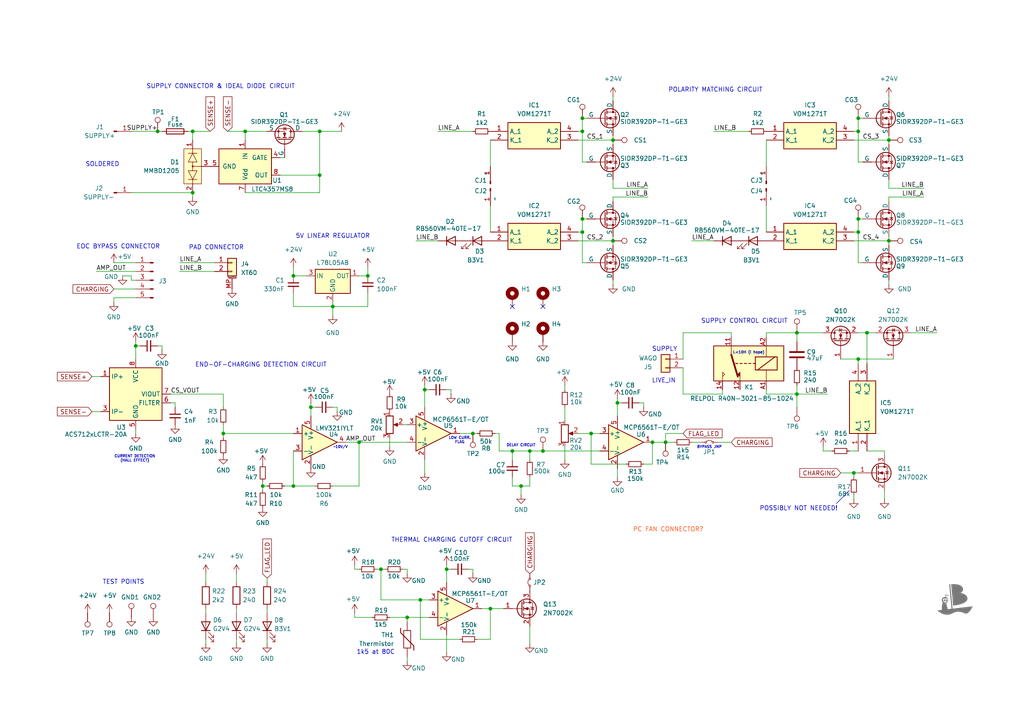
<source format=kicad_sch>
(kicad_sch (version 20231120) (generator "eeschema") (generator_version "8.0")
  (paper "A4")
  (title_block (title "Charging Station Controller for FIRO 2.1 rover") (date "2024-07-14") (rev "A") (comment 1 "pwm.urbanski@gmail.com") (comment 2 "Drawn by: Paul Urbanski"))
  (junction (at 110.49 165.1))
  (junction (at 45.72 38.1))
  (junction (at 148.59 130.81))
  (junction (at 92.71 38.1))
  (junction (at 106.68 80.01))
  (junction (at 55.88 55.88))
  (junction (at 157.48 130.81))
  (junction (at 168.91 34.29))
  (junction (at 76.2 140.97))
  (junction (at 90.17 118.11))
  (junction (at 85.09 140.97))
  (junction (at 151.13 140.97))
  (junction (at 92.71 50.8))
  (junction (at 121.92 173.99))
  (junction (at 129.54 165.1))
  (junction (at 64.77 125.73))
  (junction (at 39.37 100.33))
  (junction (at 168.91 38.1))
  (junction (at 247.65 137.16))
  (junction (at 248.92 104.14))
  (junction (at 171.45 125.73))
  (junction (at 168.91 67.31))
  (junction (at 231.14 96.52))
  (junction (at 179.07 116.84))
  (junction (at 96.52 88.9))
  (junction (at 257.81 69.85))
  (junction (at 142.24 176.53))
  (junction (at 251.46 96.52))
  (junction (at 85.09 80.01))
  (junction (at 177.8 69.85))
  (junction (at 153.67 130.81))
  (junction (at 248.92 67.31))
  (junction (at 177.8 40.64))
  (junction (at 231.14 114.3))
  (junction (at 248.92 63.5))
  (junction (at 118.11 179.07))
  (junction (at 257.81 40.64))
  (junction (at 55.88 38.1))
  (junction (at 71.12 38.1))
  (junction (at 168.91 63.5))
  (junction (at 137.16 125.73))
  (junction (at 189.23 128.27))
  (junction (at 248.92 34.29))
  (junction (at 193.04 128.27))
  (junction (at 123.19 113.03))
  (junction (at 248.92 38.1))
  (junction (at 104.14 128.27))
  (no_connect (at 148.59 88.9))
  (no_connect (at 157.48 88.9))
  (wire (pts (xy 102.87 179.07) (xy 107.95 179.07)))
  (wire (pts (xy 135.89 165.1) (xy 137.16 165.1)))
  (wire (pts (xy 121.92 173.99) (xy 124.46 173.99)))
  (wire (pts (xy 123.19 111.76) (xy 123.19 113.03)))
  (wire (pts (xy 257.81 54.61) (xy 257.81 52.07)))
  (wire (pts (xy 96.52 88.9) (xy 96.52 91.44)))
  (wire (pts (xy 33.02 87.63) (xy 33.02 86.36)))
  (wire (pts (xy 257.81 57.15) (xy 267.97 57.15)))
  (wire (pts (xy 179.07 135.89) (xy 179.07 138.43)))
  (wire (pts (xy 139.7 176.53) (xy 142.24 176.53)))
  (wire (pts (xy 64.77 123.19) (xy 64.77 125.73)))
  (wire (pts (xy 168.91 63.5) (xy 170.18 63.5)))
  (wire (pts (xy 59.69 185.42) (xy 59.69 186.69)))
  (wire (pts (xy 127 38.1) (xy 137.16 38.1)))
  (wire (pts (xy 77.47 185.42) (xy 77.47 186.69)))
  (wire (pts (xy 76.2 140.97) (xy 77.47 140.97)))
  (wire (pts (xy 106.68 77.47) (xy 106.68 80.01)))
  (wire (pts (xy 248.92 34.29) (xy 248.92 38.1)))
  (wire (pts (xy 71.12 38.1) (xy 71.12 40.64)))
  (wire (pts (xy 248.92 63.5) (xy 250.19 63.5)))
  (wire (pts (xy 50.8 116.84) (xy 50.8 118.11)))
  (wire (pts (xy 129.54 165.1) (xy 130.81 165.1)))
  (wire (pts (xy 153.67 140.97) (xy 153.67 138.43)))
  (wire (pts (xy 104.14 140.97) (xy 104.14 128.27)))
  (wire (pts (xy 151.13 140.97) (xy 153.67 140.97)))
  (wire (pts (xy 200.66 69.85) (xy 207.01 69.85)))
  (wire (pts (xy 100.33 128.27) (xy 104.14 128.27)))
  (wire (pts (xy 186.69 116.84) (xy 186.69 118.11)))
  (wire (pts (xy 113.03 179.07) (xy 118.11 179.07)))
  (wire (pts (xy 133.35 125.73) (xy 137.16 125.73)))
  (wire (pts (xy 231.14 96.52) (xy 238.76 96.52)))
  (wire (pts (xy 142.24 176.53) (xy 146.05 176.53)))
  (wire (pts (xy 49.53 116.84) (xy 50.8 116.84)))
  (wire (pts (xy 64.77 114.3) (xy 64.77 118.11)))
  (wire (pts (xy 247.65 137.16) (xy 248.92 137.16)))
  (wire (pts (xy 186.69 134.62) (xy 189.23 134.62)))
  (wire (pts (xy 257.81 57.15) (xy 257.81 58.42)))
  (wire (pts (xy 177.8 39.37) (xy 177.8 40.64)))
  (wire (pts (xy 85.09 85.09) (xy 85.09 88.9)))
  (wire (pts (xy 106.68 85.09) (xy 106.68 88.9)))
  (wire (pts (xy 104.14 128.27) (xy 118.11 128.27)))
  (wire (pts (xy 151.13 140.97) (xy 151.13 143.51)))
  (wire (pts (xy 137.16 165.1) (xy 137.16 166.37)))
  (wire (pts (xy 64.77 125.73) (xy 85.09 125.73)))
  (wire (pts (xy 170.18 46.99) (xy 168.91 46.99)))
  (wire (pts (xy 238.76 130.81) (xy 241.3 130.81)))
  (wire (pts (xy 137.16 125.73) (xy 138.43 125.73)))
  (wire (pts (xy 102.87 165.1) (xy 104.14 165.1)))
  (polyline (pts (xy 242.57 146.05) (xy 246.38 142.24)))
  (wire (pts (xy 248.92 96.52) (xy 251.46 96.52)))
  (wire (pts (xy 45.72 38.1) (xy 46.99 38.1)))
  (wire (pts (xy 40.64 100.33) (xy 39.37 100.33)))
  (wire (pts (xy 238.76 129.54) (xy 238.76 130.81)))
  (wire (pts (xy 248.92 67.31) (xy 248.92 76.2)))
  (wire (pts (xy 85.09 77.47) (xy 85.09 80.01)))
  (wire (pts (xy 104.14 80.01) (xy 106.68 80.01)))
  (wire (pts (xy 49.53 114.3) (xy 64.77 114.3)))
  (wire (pts (xy 231.14 114.3) (xy 240.03 114.3)))
  (wire (pts (xy 76.2 140.97) (xy 76.2 142.24)))
  (wire (pts (xy 231.14 114.3) (xy 231.14 118.11)))
  (wire (pts (xy 187.96 57.15) (xy 177.8 57.15)))
  (wire (pts (xy 168.91 67.31) (xy 168.91 63.5)))
  (wire (pts (xy 109.22 165.1) (xy 110.49 165.1)))
  (wire (pts (xy 121.92 185.42) (xy 121.92 173.99)))
  (wire (pts (xy 171.45 134.62) (xy 171.45 125.73)))
  (wire (pts (xy 177.8 69.85) (xy 177.8 68.58)))
  (wire (pts (xy 163.83 111.76) (xy 163.83 113.03)))
  (wire (pts (xy 185.42 116.84) (xy 186.69 116.84)))
  (wire (pts (xy 52.07 78.74) (xy 62.23 78.74)))
  (wire (pts (xy 96.52 88.9) (xy 106.68 88.9)))
  (wire (pts (xy 198.12 125.73) (xy 193.04 125.73)))
  (wire (pts (xy 27.94 78.74) (xy 39.37 78.74)))
  (wire (pts (xy 267.97 54.61) (xy 257.81 54.61)))
  (wire (pts (xy 85.09 140.97) (xy 85.09 130.81)))
  (wire (pts (xy 153.67 130.81) (xy 157.48 130.81)))
  (wire (pts (xy 81.28 50.8) (xy 92.71 50.8)))
  (wire (pts (xy 123.19 113.03) (xy 123.19 118.11)))
  (wire (pts (xy 97.79 118.11) (xy 97.79 119.38)))
  (wire (pts (xy 177.8 40.64) (xy 177.8 41.91)))
  (wire (pts (xy 82.55 140.97) (xy 85.09 140.97)))
  (wire (pts (xy 55.88 38.1) (xy 60.96 38.1)))
  (wire (pts (xy 231.14 111.76) (xy 231.14 114.3)))
  (wire (pts (xy 248.92 67.31) (xy 248.92 63.5)))
  (wire (pts (xy 222.25 114.3) (xy 231.14 114.3)))
  (wire (pts (xy 189.23 134.62) (xy 189.23 128.27)))
  (wire (pts (xy 148.59 138.43) (xy 148.59 140.97)))
  (wire (pts (xy 171.45 125.73) (xy 173.99 125.73)))
  (wire (pts (xy 96.52 118.11) (xy 97.79 118.11)))
  (wire (pts (xy 209.55 114.3) (xy 209.55 113.03)))
  (wire (pts (xy 129.54 163.83) (xy 129.54 165.1)))
  (wire (pts (xy 113.03 127) (xy 113.03 129.54)))
  (wire (pts (xy 251.46 96.52) (xy 254 96.52)))
  (wire (pts (xy 64.77 127) (xy 64.77 125.73)))
  (wire (pts (xy 71.12 38.1) (xy 77.47 38.1)))
  (wire (pts (xy 248.92 34.29) (xy 250.19 34.29)))
  (wire (pts (xy 130.81 113.03) (xy 130.81 114.3)))
  (wire (pts (xy 96.52 140.97) (xy 104.14 140.97)))
  (wire (pts (xy 77.47 176.53) (xy 77.47 177.8)))
  (wire (pts (xy 81.28 45.72) (xy 82.55 45.72)))
  (wire (pts (xy 38.1 38.1) (xy 45.72 38.1)))
  (wire (pts (xy 179.07 116.84) (xy 179.07 120.65)))
  (wire (pts (xy 248.92 76.2) (xy 250.19 76.2)))
  (wire (pts (xy 222.25 114.3) (xy 222.25 113.03)))
  (wire (pts (xy 153.67 130.81) (xy 153.67 133.35)))
  (wire (pts (xy 129.54 165.1) (xy 129.54 168.91)))
  (wire (pts (xy 142.24 176.53) (xy 142.24 185.42)))
  (wire (pts (xy 177.8 57.15) (xy 177.8 58.42)))
  (wire (pts (xy 110.49 165.1) (xy 111.76 165.1)))
  (wire (pts (xy 157.48 130.81) (xy 173.99 130.81)))
  (wire (pts (xy 222.25 40.64) (xy 222.25 48.26)))
  (wire (pts (xy 168.91 34.29) (xy 170.18 34.29)))
  (wire (pts (xy 177.8 54.61) (xy 177.8 52.07)))
  (wire (pts (xy 177.8 27.94) (xy 177.8 29.21)))
  (wire (pts (xy 85.09 88.9) (xy 96.52 88.9)))
  (wire (pts (xy 123.19 133.35) (xy 123.19 137.16)))
  (wire (pts (xy 177.8 69.85) (xy 167.64 69.85)))
  (wire (pts (xy 38.1 55.88) (xy 55.88 55.88)))
  (wire (pts (xy 246.38 130.81) (xy 248.92 130.81)))
  (wire (pts (xy 118.11 179.07) (xy 124.46 179.07)))
  (wire (pts (xy 207.01 38.1) (xy 217.17 38.1)))
  (wire (pts (xy 38.1 81.28) (xy 39.37 81.28)))
  (wire (pts (xy 39.37 99.06) (xy 39.37 100.33)))
  (wire (pts (xy 256.54 142.24) (xy 256.54 144.78)))
  (wire (pts (xy 251.46 96.52) (xy 251.46 105.41)))
  (wire (pts (xy 163.83 129.54) (xy 163.83 133.35)))
  (wire (pts (xy 257.81 71.12) (xy 257.81 69.85)))
  (wire (pts (xy 198.12 96.52) (xy 212.09 96.52)))
  (wire (pts (xy 33.02 86.36) (xy 39.37 86.36)))
  (wire (pts (xy 116.84 165.1) (xy 118.11 165.1)))
  (wire (pts (xy 187.96 54.61) (xy 177.8 54.61)))
  (wire (pts (xy 222.25 96.52) (xy 222.25 97.79)))
  (wire (pts (xy 102.87 177.8) (xy 102.87 179.07)))
  (wire (pts (xy 59.69 166.37) (xy 59.69 168.91)))
  (wire (pts (xy 163.83 118.11) (xy 163.83 121.92)))
  (wire (pts (xy 231.14 96.52) (xy 231.14 99.06)))
  (wire (pts (xy 256.54 132.08) (xy 256.54 130.81)))
  (wire (pts (xy 96.52 87.63) (xy 96.52 88.9)))
  (wire (pts (xy 189.23 128.27) (xy 193.04 128.27)))
  (wire (pts (xy 85.09 80.01) (xy 88.9 80.01)))
  (wire (pts (xy 55.88 55.88) (xy 55.88 57.15)))
  (wire (pts (xy 179.07 116.84) (xy 180.34 116.84)))
  (wire (pts (xy 148.59 130.81) (xy 148.59 133.35)))
  (wire (pts (xy 45.72 100.33) (xy 46.99 100.33)))
  (wire (pts (xy 35.56 80.01) (xy 38.1 80.01)))
  (wire (pts (xy 222.25 59.69) (xy 222.25 67.31)))
  (wire (pts (xy 55.88 38.1) (xy 55.88 40.64)))
  (wire (pts (xy 256.54 130.81) (xy 251.46 130.81)))
  (wire (pts (xy 177.8 81.28) (xy 177.8 82.55)))
  (wire (pts (xy 168.91 76.2) (xy 170.18 76.2)))
  (wire (pts (xy 102.87 163.83) (xy 102.87 165.1)))
  (wire (pts (xy 118.11 191.77) (xy 118.11 190.5)))
  (wire (pts (xy 222.25 96.52) (xy 231.14 96.52)))
  (wire (pts (xy 248.92 104.14) (xy 248.92 105.41)))
  (wire (pts (xy 110.49 173.99) (xy 110.49 165.1)))
  (wire (pts (xy 243.84 137.16) (xy 247.65 137.16)))
  (wire (pts (xy 85.09 140.97) (xy 91.44 140.97)))
  (wire (pts (xy 59.69 176.53) (xy 59.69 177.8)))
  (wire (pts (xy 77.47 167.64) (xy 77.47 168.91)))
  (wire (pts (xy 257.81 40.64) (xy 257.81 41.91)))
  (wire (pts (xy 133.35 185.42) (xy 121.92 185.42)))
  (wire (pts (xy 144.78 125.73) (xy 143.51 125.73)))
  (wire (pts (xy 198.12 114.3) (xy 198.12 106.68)))
  (wire (pts (xy 116.84 123.19) (xy 118.11 123.19)))
  (wire (pts (xy 90.17 118.11) (xy 91.44 118.11)))
  (wire (pts (xy 38.1 80.01) (xy 38.1 81.28)))
  (wire (pts (xy 92.71 50.8) (xy 92.71 55.88)))
  (wire (pts (xy 90.17 118.11) (xy 90.17 120.65)))
  (wire (pts (xy 52.07 76.2) (xy 62.23 76.2)))
  (wire (pts (xy 26.67 119.38) (xy 29.21 119.38)))
  (wire (pts (xy 68.58 176.53) (xy 68.58 177.8)))
  (wire (pts (xy 257.81 69.85) (xy 247.65 69.85)))
  (wire (pts (xy 167.64 40.64) (xy 177.8 40.64)))
  (wire (pts (xy 168.91 67.31) (xy 168.91 76.2)))
  (wire (pts (xy 33.02 83.82) (xy 39.37 83.82)))
  (wire (pts (xy 142.24 59.69) (xy 142.24 67.31)))
  (wire (pts (xy 26.67 109.22) (xy 29.21 109.22)))
  (wire (pts (xy 142.24 40.64) (xy 142.24 48.26)))
  (wire (pts (xy 200.66 128.27) (xy 203.2 128.27)))
  (wire (pts (xy 247.65 138.43) (xy 247.65 137.16)))
  (wire (pts (xy 148.59 130.81) (xy 153.67 130.81)))
  (wire (pts (xy 168.91 38.1) (xy 168.91 46.99)))
  (wire (pts (xy 68.58 185.42) (xy 68.58 186.69)))
  (wire (pts (xy 257.81 69.85) (xy 257.81 68.58)))
  (wire (pts (xy 257.81 27.94) (xy 257.81 29.21)))
  (wire (pts (xy 193.04 125.73) (xy 193.04 128.27)))
  (wire (pts (xy 129.54 189.23) (xy 129.54 184.15)))
  (wire (pts (xy 168.91 38.1) (xy 167.64 38.1)))
  (wire (pts (xy 179.07 115.57) (xy 179.07 116.84)))
  (wire (pts (xy 167.64 67.31) (xy 168.91 67.31)))
  (wire (pts (xy 144.78 130.81) (xy 148.59 130.81)))
  (wire (pts (xy 193.04 128.27) (xy 195.58 128.27)))
  (wire (pts (xy 68.58 166.37) (xy 68.58 168.91)))
  (wire (pts (xy 177.8 71.12) (xy 177.8 69.85)))
  (wire (pts (xy 171.45 134.62) (xy 181.61 134.62)))
  (wire (pts (xy 92.71 38.1) (xy 87.63 38.1)))
  (wire (pts (xy 66.04 38.1) (xy 71.12 38.1)))
  (wire (pts (xy 46.99 100.33) (xy 46.99 101.6)))
  (wire (pts (xy 208.28 128.27) (xy 212.09 128.27)))
  (wire (pts (xy 198.12 114.3) (xy 209.55 114.3)))
  (wire (pts (xy 33.02 76.2) (xy 39.37 76.2)))
  (wire (pts (xy 257.81 39.37) (xy 257.81 40.64)))
  (wire (pts (xy 243.84 104.14) (xy 248.92 104.14)))
  (wire (pts (xy 110.49 173.99) (xy 121.92 173.99)))
  (wire (pts (xy 264.16 96.52) (xy 271.78 96.52)))
  (wire (pts (xy 250.19 46.99) (xy 248.92 46.99)))
  (wire (pts (xy 39.37 124.46) (xy 39.37 125.73)))
  (wire (pts (xy 99.06 38.1) (xy 92.71 38.1)))
  (wire (pts (xy 212.09 96.52) (xy 212.09 97.79)))
  (wire (pts (xy 247.65 40.64) (xy 257.81 40.64)))
  (wire (pts (xy 129.54 113.03) (xy 130.81 113.03)))
  (wire (pts (xy 90.17 116.84) (xy 90.17 118.11)))
  (wire (pts (xy 153.67 181.61) (xy 153.67 186.69)))
  (wire (pts (xy 248.92 104.14) (xy 259.08 104.14)))
  (wire (pts (xy 142.24 185.42) (xy 138.43 185.42)))
  (wire (pts (xy 257.81 81.28) (xy 257.81 82.55)))
  (wire (pts (xy 148.59 140.97) (xy 151.13 140.97)))
  (wire (pts (xy 123.19 113.03) (xy 124.46 113.03)))
  (wire (pts (xy 247.65 67.31) (xy 248.92 67.31)))
  (wire (pts (xy 118.11 179.07) (xy 118.11 180.34)))
  (wire (pts (xy 71.12 55.88) (xy 92.71 55.88)))
  (wire (pts (xy 168.91 34.29) (xy 168.91 38.1)))
  (wire (pts (xy 92.71 38.1) (xy 92.71 50.8)))
  (wire (pts (xy 248.92 38.1) (xy 247.65 38.1)))
  (wire (pts (xy 144.78 130.81) (xy 144.78 125.73)))
  (wire (pts (xy 247.65 143.51) (xy 247.65 144.78)))
  (wire (pts (xy 54.61 38.1) (xy 55.88 38.1)))
  (wire (pts (xy 248.92 38.1) (xy 248.92 46.99)))
  (wire (pts (xy 120.65 69.85) (xy 127 69.85)))
  (wire (pts (xy 198.12 96.52) (xy 198.12 104.14)))
  (wire (pts (xy 39.37 100.33) (xy 39.37 104.14)))
  (wire (pts (xy 76.2 139.7) (xy 76.2 140.97)))
  (wire (pts (xy 118.11 165.1) (xy 118.11 166.37)))
  (wire (pts (xy 167.64 125.73) (xy 171.45 125.73)))
  (image (at 276.86 173.99) (scale 0.102185))
  (text "EOC BYPASS CONNECTOR" (at 34.29 71.628 0) (effects (font (size 1.27 1.27))))
  (text "PC FAN CONNECTOR?" (at 193.802 153.67 0) (effects (font (size 1.27 1.27))))
  (text "END-OF-CHARGING DETECTION CIRCUIT\n" (at 75.692 105.918 0) (effects (font (size 1.27 1.27))))
  (text "~10V/V" (at 98.806 129.794 0) (effects (font (size 0.762 0.762))))
  (text "SOLDERED" (at 29.718 47.752 0) (effects (font (size 1.27 1.27))))
  (text "SUPPLY CONNECTOR & IDEAL DIODE CIRCUIT" (at 64.008 25.146 0) (effects (font (size 1.27 1.27))))
  (text "5V LINEAR REGULATOR" (at 96.52 68.58 0) (effects (font (size 1.27 1.27))))
  (text "1k5 at 80C\n" (at 108.966 189.23 0) (effects (font (size 1.27 1.27))))
  (text "SUPPLY CONTROL CIRCUIT" (at 215.9 93.218 0) (effects (font (size 1.27 1.27))))
  (text "CURRENT DETECTION\n(HALL EFFECT)" (at 39.116 133.096 0) (effects (font (size 0.762 0.762))))
  (text "LIVE_IN\n" (at 192.532 110.49 0) (effects (font (size 1.27 1.27))))
  (text "LOW CURR.\nFLAG" (at 133.35 127.762 0) (effects (font (size 0.762 0.762))))
  (text "POSSIBLY NOT NEEDED!" (at 231.648 147.574 0) (effects (font (size 1.27 1.27))))
  (text "DELAY CIRCUIT" (at 151.13 129.286 0) (effects (font (size 0.762 0.762))))
  (text "PAD CONNECTOR" (at 62.738 71.882 0) (effects (font (size 1.27 1.27))))
  (text "POLARITY MATCHING CIRCUIT\n" (at 207.518 26.162 0) (effects (font (size 1.27 1.27))))
  (text "BYPASS JMP" (at 205.74 129.794 0) (effects (font (size 0.762 0.762))))
  (text "TEST POINTS" (at 35.814 168.91 0) (effects (font (size 1.27 1.27))))
  (text "SUPPLY" (at 192.786 101.346 0) (effects (font (size 1.27 1.27))))
  (text "THERMAL CHARGING CUTOFF CIRCUIT" (at 131.064 156.718 0) (effects (font (size 1.27 1.27))))
  (text "L<10H (i hope)" (at 217.17 102.362 0) (effects (font (size 0.762 0.762))))
  (label "LINE_B" (at 52.07 78.74 0))
  (label "LINE_B" (at 120.65 69.85 0))
  (label "LINE_B" (at 187.96 57.15 180))
  (label "CS_2" (at 170.18 69.85 0))
  (label "LINE_A" (at 271.78 96.52 180))
  (label "CS_3" (at 250.19 40.64 0))
  (label "AMP_OUT" (at 100.33 128.27 0))
  (label "LINE_A" (at 187.96 54.61 180))
  (label "AMP_OUT" (at 27.94 78.74 0))
  (label "LINE_A" (at 200.66 69.85 0))
  (label "CS_VOUT" (at 49.53 114.3 0))
  (label "CS_4" (at 250.19 69.85 0))
  (label "LINE_B" (at 207.01 38.1 0))
  (label "LINE_A" (at 127 38.1 0))
  (label "LINE_A" (at 267.97 57.15 180))
  (label "LINE_A" (at 52.07 76.2 0))
  (label "LINE_B" (at 267.97 54.61 180))
  (label "SUPPLY+" (at 45.72 38.1 180))
  (label "CS_1" (at 170.18 40.64 0))
  (label "LINE_B" (at 240.03 114.3 180))
  (global_label "CHARGING" (shape input) (at 33.02 83.82 180) (property "Intersheetrefs" "${INTERSHEET_REFS}" (effects (hide yes))))
  (global_label "FLAG_LED" (shape input) (at 198.12 125.73 0) (property "Intersheetrefs" "${INTERSHEET_REFS}" (effects (hide yes))))
  (global_label "CHARGING" (shape input) (at 153.67 166.37 90) (property "Intersheetrefs" "${INTERSHEET_REFS}" (effects (hide yes))))
  (global_label "SENSE-" (shape input) (at 66.04 38.1 90) (property "Intersheetrefs" "${INTERSHEET_REFS}" (effects (hide yes))))
  (global_label "SENSE-" (shape input) (at 26.67 119.38 180) (property "Intersheetrefs" "${INTERSHEET_REFS}" (effects (hide yes))))
  (global_label "CHARGING" (shape input) (at 243.84 137.16 180) (property "Intersheetrefs" "${INTERSHEET_REFS}" (effects (hide yes))))
  (global_label "SENSE+" (shape input) (at 60.96 38.1 90) (property "Intersheetrefs" "${INTERSHEET_REFS}" (effects (hide yes))))
  (global_label "SENSE+" (shape input) (at 26.67 109.22 180) (property "Intersheetrefs" "${INTERSHEET_REFS}" (effects (hide yes))))
  (global_label "CHARGING" (shape input) (at 212.09 128.27 0) (property "Intersheetrefs" "${INTERSHEET_REFS}" (effects (hide yes))))
  (global_label "FLAG_LED" (shape input) (at 77.47 167.64 90) (property "Intersheetrefs" "${INTERSHEET_REFS}" (effects (hide yes))))
  (symbol (lib_id "power:+5V") (at 33.02 76.2 0) (unit 1)
    (property "Reference" "#PWR0102" (effects (hide yes)))
    (property "Value" "+5V" (at 36.068 74.422 0))
    (property "Description" "Power symbol creates a global label with name \"+5V\"" (effects (hide yes)))
  )
  (symbol (lib_id "Connector:TestPoint") (at 44.45 179.07 0) (unit 1)
    (property "Reference" "GND2" (at 46.736 173.228 0) (effects (justify right)))
    (property "Value" "TestPoint" (effects (hide yes)))
    (property "Footprint" "TestPoint:TestPoint_Bridge_Pitch3.81mm_Drill1.3mm" (effects (hide yes)))
    (property "Description" "test point" (effects (hide yes)))
  )
  (symbol (lib_id "power:GND") (at 67.31 83.82 0) (unit 1)
    (property "Reference" "#PWR0147" (effects (hide yes)))
    (property "Value" "GND" (at 67.31 88.138 0))
    (property "Description" "Power symbol creates a global label with name \"GND\" , ground" (effects (hide yes)))
  )
  (symbol (lib_id "Transistor_FET:2N7002K") (at 254 137.16 0) (unit 1)
    (property "Reference" "Q11" (at 260.35 135.8899 0) (effects (justify left)))
    (property "Value" "2N7002K" (at 260.35 138.4299 0) (effects (justify left)))
    (property "Footprint" "Package_TO_SOT_SMD:SOT-23" (effects (hide yes)))
    (property "Datasheet" "https://www.diodes.com/assets/Datasheets/ds30896.pdf" (effects (hide yes)))
    (property "Description" "0.38A Id, 60V Vds, N-Channel MOSFET, SOT-23" (effects (hide yes)))
  )
  (symbol (lib_id "Connector:TestPoint") (at 168.91 63.5 0) (unit 1)
    (property "Reference" "CG2" (at 168.402 58.42 0) (effects (justify right)))
    (property "Value" "TestPoint" (effects (hide yes)))
    (property "Footprint" "TestPoint:TestPoint_Pad_D2.0mm" (effects (hide yes)))
    (property "Description" "test point" (effects (hide yes)))
  )
  (symbol (lib_id "VOM1271T:VOM1271T") (at 222.25 38.1 0) (unit 1)
    (property "Reference" "IC3" (at 234.95 30.48 0))
    (property "Value" "VOM1271T" (at 234.95 33.02 0))
    (property "Footprint" "firo_footprints:SOP254P675X240-4N" (effects (hide yes)))
    (property "Description" "VISHAY - VOM1271T - DRIVER, MOSFET, HIGH SIDE, SOP-4" (effects (hide yes)))
    (property "Height" "2.4" (effects (hide yes)))
    (property "Manufacturer_Name" "Vishay" (effects (hide yes)))
    (property "Manufacturer_Part_Number" "VOM1271T" (effects (hide yes)))
  )
  (symbol (lib_id "power:+5V") (at 76.2 134.62 0) (unit 1)
    (property "Reference" "#PWR0155" (effects (hide yes)))
    (property "Value" "+5V" (at 75.692 130.81 0))
    (property "Description" "Power symbol creates a global label with name \"+5V\"" (effects (hide yes)))
  )
  (symbol (lib_id "power:+5V") (at 102.87 163.83 0) (unit 1)
    (property "Reference" "#PWR0131" (effects (hide yes)))
    (property "Value" "+5V" (at 102.362 159.766 0))
    (property "Description" "Power symbol creates a global label with name \"+5V\"" (effects (hide yes)))
  )
  (symbol (lib_id "power:GND") (at 64.77 132.08 0) (unit 1)
    (property "Reference" "#PWR0156" (effects (hide yes)))
    (property "Value" "GND" (at 64.77 136.398 0))
    (property "Description" "Power symbol creates a global label with name \"GND\" , ground" (effects (hide yes)))
  )
  (symbol (lib_id "Mechanical:MountingHole_Pad") (at 157.48 96.52 0) (unit 1) (exclude_from_sim yes) (in_bom no)
    (property "Reference" "H4" (at 160.02 93.9799 0) (effects (justify left)))
    (property "Value" "MountingHole_Pad" (effects (hide yes)))
    (property "Footprint" "MountingHole:MountingHole_3.2mm_M3_Pad_Via" (effects (hide yes)))
    (property "Description" "Mounting Hole with connection" (effects (hide yes)))
  )
  (symbol (lib_name "NMOS_1") (lib_id "Simulation_SPICE:NMOS") (at 255.27 76.2 0) (mirror x) (unit 1)
    (property "Reference" "Q9" (at 259.842 77.216 0) (effects (justify left)))
    (property "Value" "SIDR392DP-T1-GE3" (at 259.842 75.184 0) (effects (justify left)))
    (property "Footprint" "firo_footprints:PowerPAK_SO-8DC for VISHAY SIDR392DP-T1-GE3" (effects (hide yes)))
    (property "Datasheet" "https://www.farnell.com/datasheets/2687474.pdf" (effects (hide yes)))
    (property "Description" "VISHAY N-Channel 30 V (D-S) MOSFET" (effects (hide yes)))
  )
  (symbol (lib_id "Connector:Conn_01x01_Pin") (at 142.24 54.61 270) (unit 1)
    (property "Reference" "CJ2" (at 139.446 55.372 90))
    (property "Value" "~" (at 140.97 50.292 0))
    (property "Footprint" "firo_footprints:20AWG SMD" (effects (hide yes)))
    (property "Description" "Generic connector, single row, 01x01, script generated" (effects (hide yes)))
  )
  (symbol (lib_id "power:GND") (at 39.37 125.73 0) (unit 1)
    (property "Reference" "#PWR0148" (effects (hide yes)))
    (property "Value" "GND" (at 39.37 130.048 0))
    (property "Description" "Power symbol creates a global label with name \"GND\" , ground" (effects (hide yes)))
  )
  (symbol (lib_id "Device:R_Small") (at 231.14 109.22 0) (mirror x) (unit 1)
    (property "Reference" "R15" (at 234.95 108.204 0))
    (property "Value" "240" (at 234.95 110.236 0))
    (property "Footprint" "Resistor_SMD:R_0805_2012Metric" (effects (hide yes)))
    (property "Description" "Resistor, small symbol" (effects (hide yes)))
  )
  (symbol (lib_id "Device:C_Small") (at 133.35 165.1 90) (unit 1)
    (property "Reference" "C10" (at 135.636 160.274 90) (effects (justify left)))
    (property "Value" "100nF" (at 136.398 162.052 90) (effects (justify left)))
    (property "Footprint" "Capacitor_SMD:C_0805_2012Metric" (effects (hide yes)))
    (property "Description" "Unpolarized capacitor, small symbol" (effects (hide yes)))
  )
  (symbol (lib_id "Device:R_Small") (at 247.65 140.97 0) (mirror x) (unit 1)
    (property "Reference" "R17" (at 244.856 141.224 0))
    (property "Value" "68k" (at 244.856 143.256 0))
    (property "Footprint" "Resistor_SMD:R_0402_1005Metric" (effects (hide yes)))
    (property "Description" "Resistor, small symbol" (effects (hide yes)))
  )
  (symbol (lib_id "Connector:TestPoint") (at 177.8 69.85 270) (unit 1)
    (property "Reference" "CS2" (at 187.706 69.85 90) (effects (justify right)))
    (property "Value" "TestPoint" (effects (hide yes)))
    (property "Footprint" "TestPoint:TestPoint_Pad_D2.0mm" (effects (hide yes)))
    (property "Description" "test point" (effects (hide yes)))
  )
  (symbol (lib_id "power:GND") (at 186.69 118.11 0) (unit 1)
    (property "Reference" "#PWR0112" (effects (hide yes)))
    (property "Value" "GND" (at 189.992 120.142 0))
    (property "Description" "Power symbol creates a global label with name \"GND\" , ground" (effects (hide yes)))
  )
  (symbol (lib_id "power:+5V") (at 106.68 77.47 0) (unit 1)
    (property "Reference" "#PWR0105" (effects (hide yes)))
    (property "Value" "+5V" (at 106.68 72.39 0))
    (property "Description" "Power symbol creates a global label with name \"+5V\"" (effects (hide yes)))
  )
  (symbol (lib_id "Connector:Conn_01x05_Pin") (at 44.45 81.28 0) (mirror y) (unit 1)
    (property "Reference" "J3" (at 45.974 81.534 0) (effects (justify right)))
    (property "Value" "Conn_01x05_Pin" (effects (hide yes)))
    (property "Footprint" "Connector_PinHeader_2.54mm:PinHeader_1x05_P2.54mm_Vertical" (effects (hide yes)))
    (property "Description" "Generic connector, single row, 01x05, script generated" (effects (hide yes)))
  )
  (symbol (lib_id "Transistor_FET:2N7002K") (at 243.84 99.06 90) (unit 1)
    (property "Reference" "Q10" (at 243.84 90.17 90))
    (property "Value" "2N7002K" (at 243.84 92.71 90))
    (property "Footprint" "Package_TO_SOT_SMD:SOT-23" (effects (hide yes)))
    (property "Datasheet" "https://www.diodes.com/assets/Datasheets/ds30896.pdf" (effects (hide yes)))
    (property "Description" "0.38A Id, 60V Vds, N-Channel MOSFET, SOT-23" (effects (hide yes)))
  )
  (symbol (lib_id "power:+5V") (at 129.54 163.83 0) (unit 1)
    (property "Reference" "#PWR0133" (effects (hide yes)))
    (property "Value" "+5V" (at 129.032 159.766 0))
    (property "Description" "Power symbol creates a global label with name \"+5V\"" (effects (hide yes)))
  )
  (symbol (lib_id "power:+5V") (at 163.83 111.76 0) (unit 1)
    (property "Reference" "#PWR0122" (effects (hide yes)))
    (property "Value" "+5V" (at 163.322 107.95 0))
    (property "Description" "Power symbol creates a global label with name \"+5V\"" (effects (hide yes)))
  )
  (symbol (lib_id "power:GND") (at 97.79 119.38 0) (unit 1)
    (property "Reference" "#PWR0146" (effects (hide yes)))
    (property "Value" "GND" (at 100.33 119.634 0))
    (property "Description" "Power symbol creates a global label with name \"GND\" , ground" (effects (hide yes)))
  )
  (symbol (lib_id "Connector:TestPoint") (at 257.81 40.64 270) (unit 1)
    (property "Reference" "CS3" (at 267.462 40.64 90) (effects (justify right)))
    (property "Value" "TestPoint" (effects (hide yes)))
    (property "Footprint" "TestPoint:TestPoint_Pad_D2.0mm" (effects (hide yes)))
    (property "Description" "test point" (effects (hide yes)))
  )
  (symbol (lib_id "Connector:TestPoint") (at 157.48 130.81 0) (unit 1)
    (property "Reference" "TP3" (at 159.258 124.968 0) (effects (justify right)))
    (property "Value" "TestPoint" (effects (hide yes)))
    (property "Footprint" "TestPoint:TestPoint_Pad_D2.0mm" (effects (hide yes)))
    (property "Description" "test point" (effects (hide yes)))
  )
  (symbol (lib_id "Connector:TestPoint") (at 193.04 128.27 180) (unit 1)
    (property "Reference" "TP4" (at 190.246 134.112 0) (effects (justify right)))
    (property "Value" "TestPoint" (effects (hide yes)))
    (property "Footprint" "TestPoint:TestPoint_Pad_D2.0mm" (effects (hide yes)))
    (property "Description" "test point" (effects (hide yes)))
  )
  (symbol (lib_id "power:+24V") (at 177.8 27.94 0) (unit 1)
    (property "Reference" "#PWR0108" (effects (hide yes)))
    (property "Value" "+24V" (at 177.8 22.86 0))
    (property "Description" "Power symbol creates a global label with name \"+24V\"" (effects (hide yes)))
  )
  (symbol (lib_id "Device:R_Small") (at 219.71 38.1 270) (unit 1)
    (property "Reference" "R2" (at 219.71 33.02 90))
    (property "Value" "1k2" (at 219.71 35.56 90))
    (property "Footprint" "Resistor_SMD:R_1206_3216Metric" (effects (hide yes)))
    (property "Description" "Resistor, small symbol" (effects (hide yes)))
  )
  (symbol (lib_id "power:GND") (at 113.03 129.54 0) (unit 1)
    (property "Reference" "#PWR0125" (effects (hide yes)))
    (property "Value" "GND" (at 113.03 133.858 0))
    (property "Description" "Power symbol creates a global label with name \"GND\" , ground" (effects (hide yes)))
  )
  (symbol (lib_id "power:GND") (at 96.52 91.44 0) (unit 1)
    (property "Reference" "#PWR0150" (effects (hide yes)))
    (property "Value" "GND" (at 96.52 96.52 0))
    (property "Description" "Power symbol creates a global label with name \"GND\" , ground" (effects (hide yes)))
  )
  (symbol (lib_id "VOM1271T:VOM1271T") (at 248.92 130.81 90) (unit 1)
    (property "Reference" "IC5" (at 255.27 116.8399 90) (effects (justify right)))
    (property "Value" "VOM1271T" (at 255.27 119.3799 90) (effects (justify right)))
    (property "Footprint" "firo_footprints:SOP254P675X240-4N" (effects (hide yes)))
    (property "Description" "VISHAY - VOM1271T - DRIVER, MOSFET, HIGH SIDE, SOP-4" (effects (hide yes)))
    (property "Height" "2.4" (effects (hide yes)))
    (property "Manufacturer_Name" "Vishay" (effects (hide yes)))
    (property "Manufacturer_Part_Number" "VOM1271T" (effects (hide yes)))
  )
  (symbol (lib_id "power:+5V") (at 39.37 99.06 0) (unit 1)
    (property "Reference" "#PWR0153" (effects (hide yes)))
    (property "Value" "+5V" (at 38.862 95.25 0))
    (property "Description" "Power symbol creates a global label with name \"+5V\"" (effects (hide yes)))
  )
  (symbol (lib_id "Device:LED") (at 77.47 181.61 90) (unit 1)
    (property "Reference" "D8" (at 79.502 179.832 90) (effects (justify right)))
    (property "Value" "B3V1" (at 79.502 182.372 90) (effects (justify right)))
    (property "Footprint" "LED_SMD:LED_0805_2012Metric" (effects (hide yes)))
    (property "Description" "Light emitting diode" (effects (hide yes)))
  )
  (symbol (lib_id "power:GND") (at 55.88 57.15 0) (unit 1)
    (property "Reference" "#PWR0104" (effects (hide yes)))
    (property "Value" "GND" (at 55.88 61.468 0))
    (property "Description" "Power symbol creates a global label with name \"GND\" , ground" (effects (hide yes)))
  )
  (symbol (lib_id "power:+24V") (at 59.69 166.37 0) (unit 1)
    (property "Reference" "#PWR0139" (effects (hide yes)))
    (property "Value" "+24V" (at 59.69 161.29 0))
    (property "Description" "Power symbol creates a global label with name \"+24V\"" (effects (hide yes)))
  )
  (symbol (lib_id "Device:C_Small") (at 106.68 82.55 0) (unit 1)
    (property "Reference" "C2" (at 109.22 81.2862 0) (effects (justify left)))
    (property "Value" "100nF" (at 109.22 83.8262 0) (effects (justify left)))
    (property "Footprint" "Capacitor_SMD:C_0805_2012Metric" (effects (hide yes)))
    (property "Description" "Unpolarized capacitor, small symbol" (effects (hide yes)))
  )
  (symbol (lib_id "Device:Fuse") (at 50.8 38.1 90) (unit 1)
    (property "Reference" "F1" (at 50.8 34.544 90))
    (property "Value" "Fuse" (at 50.8 36.068 90))
    (property "Footprint" "firo_footprints:firo_fuse" (effects (hide yes)))
    (property "Description" "Fuse" (effects (hide yes)))
  )
  (symbol (lib_id "power:GND") (at 50.8 123.19 0) (unit 1)
    (property "Reference" "#PWR0149" (effects (hide yes)))
    (property "Value" "GND" (at 50.8 127.508 0))
    (property "Description" "Power symbol creates a global label with name \"GND\" , ground" (effects (hide yes)))
  )
  (symbol (lib_id "Device:LED") (at 68.58 181.61 90) (unit 1)
    (property "Reference" "D7" (at 70.612 179.832 90) (effects (justify right)))
    (property "Value" "G2V4" (at 70.612 182.372 90) (effects (justify right)))
    (property "Footprint" "LED_SMD:LED_0805_2012Metric" (effects (hide yes)))
    (property "Description" "Light emitting diode" (effects (hide yes)))
  )
  (symbol (lib_id "Device:R_Small") (at 80.01 140.97 270) (unit 1)
    (property "Reference" "R10" (at 80.01 146.05 90))
    (property "Value" "10k" (at 80.01 143.51 90))
    (property "Footprint" "Resistor_SMD:R_0402_1005Metric" (effects (hide yes)))
    (property "Description" "Resistor, small symbol" (effects (hide yes)))
  )
  (symbol (lib_id "power:GND") (at 76.2 147.32 0) (unit 1)
    (property "Reference" "#PWR0135" (effects (hide yes)))
    (property "Value" "GND" (at 76.2 151.638 0))
    (property "Description" "Power symbol creates a global label with name \"GND\" , ground" (effects (hide yes)))
  )
  (symbol (lib_id "power:GND") (at 256.54 144.78 0) (unit 1)
    (property "Reference" "#PWR0115" (effects (hide yes)))
    (property "Value" "GND" (at 256.54 149.86 0))
    (property "Description" "Power symbol creates a global label with name \"GND\" , ground" (effects (hide yes)))
  )
  (symbol (lib_id "power:GND") (at 118.11 191.77 0) (unit 1)
    (property "Reference" "#PWR0130" (effects (hide yes)))
    (property "Value" "GND" (at 121.412 193.802 0))
    (property "Description" "Power symbol creates a global label with name \"GND\" , ground" (effects (hide yes)))
  )
  (symbol (lib_id "Device:R") (at 59.69 172.72 0) (unit 1)
    (property "Reference" "R22" (at 61.468 171.45 0) (effects (justify left)))
    (property "Value" "2k2" (at 61.468 173.99 0) (effects (justify left)))
    (property "Footprint" "Resistor_SMD:R_1206_3216Metric" (effects (hide yes)))
    (property "Description" "Resistor" (effects (hide yes)))
  )
  (symbol (lib_id "Connector:TestPoint") (at 248.92 34.29 0) (unit 1)
    (property "Reference" "CG3" (at 248.92 28.956 0) (effects (justify right)))
    (property "Value" "TestPoint" (effects (hide yes)))
    (property "Footprint" "TestPoint:TestPoint_Pad_D2.0mm" (effects (hide yes)))
    (property "Description" "test point" (effects (hide yes)))
  )
  (symbol (lib_id "Device:R_Small") (at 76.2 144.78 180) (unit 1)
    (property "Reference" "R11" (at 72.898 143.51 0))
    (property "Value" "4k7" (at 72.898 146.05 0))
    (property "Footprint" "Resistor_SMD:R_0402_1005Metric" (effects (hide yes)))
    (property "Description" "Resistor, small symbol" (effects (hide yes)))
  )
  (symbol (lib_name "NMOS_1") (lib_id "Simulation_SPICE:NMOS") (at 255.27 63.5 0) (unit 1)
    (property "Reference" "Q8" (at 259.842 62.484 0) (effects (justify left)))
    (property "Value" "SIDR392DP-T1-GE3" (at 259.842 64.516 0) (effects (justify left)))
    (property "Footprint" "firo_footprints:PowerPAK_SO-8DC for VISHAY SIDR392DP-T1-GE3" (effects (hide yes)))
    (property "Datasheet" "https://www.farnell.com/datasheets/2687474.pdf" (effects (hide yes)))
    (property "Description" "VISHAY N-Channel 30 V (D-S) MOSFET" (effects (hide yes)))
  )
  (symbol (lib_id "power:GND") (at 68.58 186.69 0) (unit 1)
    (property "Reference" "#PWR0137" (effects (hide yes)))
    (property "Value" "GND" (at 68.58 191.008 0))
    (property "Description" "Power symbol creates a global label with name \"GND\" , ground" (effects (hide yes)))
  )
  (symbol (lib_id "power:+5V") (at 68.58 166.37 0) (unit 1)
    (property "Reference" "#PWR0140" (effects (hide yes)))
    (property "Value" "+5V" (at 68.58 161.29 0))
    (property "Description" "Power symbol creates a global label with name \"+5V\"" (effects (hide yes)))
  )
  (symbol (lib_name "NMOS_1") (lib_id "Simulation_SPICE:NMOS") (at 175.26 63.5 0) (unit 1)
    (property "Reference" "Q4" (at 179.832 62.484 0) (effects (justify left)))
    (property "Value" "SIDR392DP-T1-GE3" (at 179.832 64.516 0) (effects (justify left)))
    (property "Footprint" "firo_footprints:PowerPAK_SO-8DC for VISHAY SIDR392DP-T1-GE3" (effects (hide yes)))
    (property "Datasheet" "https://www.farnell.com/datasheets/2687474.pdf" (effects (hide yes)))
    (property "Description" "VISHAY N-Channel 30 V (D-S) MOSFET" (effects (hide yes)))
  )
  (symbol (lib_id "Connector:TestPoint") (at 137.16 125.73 180) (unit 1)
    (property "Reference" "TP2" (at 135.382 131.572 0) (effects (justify right)))
    (property "Value" "TestPoint" (effects (hide yes)))
    (property "Footprint" "TestPoint:TestPoint_Pad_D2.0mm" (effects (hide yes)))
    (property "Description" "test point" (effects (hide yes)))
  )
  (symbol (lib_id "Device:C_Small") (at 85.09 82.55 0) (mirror y) (unit 1)
    (property "Reference" "C1" (at 82.55 81.2862 0) (effects (justify left)))
    (property "Value" "330nF" (at 82.55 83.8262 0) (effects (justify left)))
    (property "Footprint" "Capacitor_SMD:C_0805_2012Metric" (effects (hide yes)))
    (property "Description" "Unpolarized capacitor, small symbol" (effects (hide yes)))
  )
  (symbol (lib_id "Device:R_Small") (at 184.15 134.62 90) (mirror x) (unit 1)
    (property "Reference" "R13" (at 184.277 136.779 90))
    (property "Value" "150k" (at 184.277 138.811 90))
    (property "Footprint" "Resistor_SMD:R_0402_1005Metric" (effects (hide yes)))
    (property "Description" "Resistor, small symbol" (effects (hide yes)))
  )
  (symbol (lib_id "power:GND") (at 177.8 82.55 0) (mirror y) (unit 1)
    (property "Reference" "#PWR0109" (effects (hide yes)))
    (property "Value" "GND" (at 180.34 83.8199 0) (effects (justify right)))
    (property "Description" "Power symbol creates a global label with name \"GND\" , ground" (effects (hide yes)))
  )
  (symbol (lib_id "Device:R") (at 68.58 172.72 0) (unit 1)
    (property "Reference" "R23" (at 70.358 171.45 0) (effects (justify left)))
    (property "Value" "240" (at 70.358 173.99 0) (effects (justify left)))
    (property "Footprint" "Resistor_SMD:R_0805_2012Metric" (effects (hide yes)))
    (property "Description" "Resistor" (effects (hide yes)))
  )
  (symbol (lib_id "Device:R_Small") (at 140.97 125.73 270) (mirror x) (unit 1)
    (property "Reference" "R8" (at 140.97 130.048 90))
    (property "Value" "50k" (at 140.97 128.016 90))
    (property "Footprint" "Resistor_SMD:R_0402_1005Metric" (effects (hide yes)))
    (property "Description" "Resistor, small symbol" (effects (hide yes)))
  )
  (symbol (lib_id "Device:C") (at 231.14 102.87 0) (unit 1)
    (property "Reference" "C9" (at 233.934 102.108 0) (effects (justify left)))
    (property "Value" "47uF" (at 233.934 103.886 0) (effects (justify left)))
    (property "Footprint" "Capacitor_SMD:C_2220_5750Metric" (effects (hide yes)))
    (property "Description" "Unpolarized capacitor" (effects (hide yes)))
  )
  (symbol (lib_id "Device:R_Potentiometer") (at 163.83 125.73 0) (unit 1)
    (property "Reference" "RV2" (at 168.91 127.762 0) (effects (justify right)))
    (property "Value" "20k" (at 168.91 129.794 0) (effects (justify right)))
    (property "Footprint" "firo_footprints:BOURNS_3313J-1_SMD" (effects (hide yes)))
    (property "Description" "Potentiometer" (effects (hide yes)))
  )
  (symbol (lib_id "power:GND") (at 148.59 99.06 0) (unit 1)
    (property "Reference" "#PWR0120" (effects (hide yes)))
    (property "Value" "GND" (at 148.59 104.14 0))
    (property "Description" "Power symbol creates a global label with name \"GND\" , ground" (effects (hide yes)))
  )
  (symbol (lib_id "Device:R_Small") (at 110.49 179.07 90) (unit 1)
    (property "Reference" "R19" (at 112.522 177.038 90) (effects (justify left)))
    (property "Value" "1k5" (at 112.268 181.102 90) (effects (justify left)))
    (property "Footprint" "Resistor_SMD:R_0402_1005Metric" (effects (hide yes)))
    (property "Description" "Resistor, small symbol" (effects (hide yes)))
  )
  (symbol (lib_id "Device:D") (at 210.82 69.85 0) (unit 1)
    (property "Reference" "D4" (at 210.82 64.77 0))
    (property "Value" "RB560VM-40TE-17" (at 210.82 66.802 0))
    (property "Footprint" "Diode_SMD:D_SOD-323F" (effects (hide yes)))
    (property "Description" "Diode" (effects (hide yes)))
    (property "Sim.Device" "D" (effects (hide yes)))
    (property "Sim.Pins" "1=K 2=A" (effects (hide yes)))
  )
  (symbol (lib_id "power:GND") (at 163.83 133.35 0) (unit 1)
    (property "Reference" "#PWR0119" (effects (hide yes)))
    (property "Value" "GND" (at 163.83 137.668 0))
    (property "Description" "Power symbol creates a global label with name \"GND\" , ground" (effects (hide yes)))
  )
  (symbol (lib_id "Connector:Conn_01x01_Pin") (at 142.24 53.34 90) (unit 1)
    (property "Reference" "CJ1" (at 139.446 52.324 90))
    (property "Value" "~" (at 143.51 57.658 0))
    (property "Footprint" "firo_footprints:20AWG SMD" (effects (hide yes)))
    (property "Description" "Generic connector, single row, 01x01, script generated" (effects (hide yes)))
  )
  (symbol (lib_id "Connector_Generic:Conn_01x02") (at 193.04 104.14 0) (mirror y) (unit 1)
    (property "Reference" "J5" (at 187.96 106.426 0))
    (property "Value" "WAGO" (at 187.96 103.886 0))
    (property "Footprint" "firo_footprints:WAGO 2601-3102" (effects (hide yes)))
    (property "Description" "Generic connector, single row, 01x02, script generated (kicad-library-utils/schlib/autogen/connector/)" (effects (hide yes)))
  )
  (symbol (lib_id "Power_Management:LTC4357MS8") (at 71.12 48.26 270) (unit 1)
    (property "Reference" "U1" (at 78.994 52.324 90) (effects (justify left)))
    (property "Value" "LTC4357MS8" (at 72.898 54.864 90) (effects (justify left)))
    (property "Footprint" "Package_SO:MSOP-8_3x3mm_P0.65mm" (effects (hide yes)))
    (property "Datasheet" "https://www.analog.com/media/en/technical-documentation/data-sheets/4357fd.pdf" (effects (hide yes)))
    (property "Description" "Ideal diode controller, 9-80V operation, MSOP-8" (effects (hide yes)))
  )
  (symbol (lib_id "power:GND") (at 44.45 179.07 0) (unit 1)
    (property "Reference" "#PWR0142" (effects (hide yes)))
    (property "Value" "GND" (at 44.45 183.388 0))
    (property "Description" "Power symbol creates a global label with name \"GND\" , ground" (effects (hide yes)))
  )
  (symbol (lib_id "VOM1271T:VOM1271T") (at 142.24 38.1 0) (unit 1)
    (property "Reference" "IC1" (at 154.94 30.48 0))
    (property "Value" "VOM1271T" (at 154.94 33.02 0))
    (property "Footprint" "firo_footprints:SOP254P675X240-4N" (effects (hide yes)))
    (property "Description" "VISHAY - VOM1271T - DRIVER, MOSFET, HIGH SIDE, SOP-4" (effects (hide yes)))
    (property "Height" "2.4" (effects (hide yes)))
    (property "Manufacturer_Name" "Vishay" (effects (hide yes)))
    (property "Manufacturer_Part_Number" "VOM1271T" (effects (hide yes)))
  )
  (symbol (lib_id "VOM1271T:VOM1271T") (at 142.24 67.31 0) (unit 1)
    (property "Reference" "IC2" (at 154.94 59.69 0))
    (property "Value" "VOM1271T" (at 154.94 62.23 0))
    (property "Footprint" "firo_footprints:SOP254P675X240-4N" (effects (hide yes)))
    (property "Description" "VISHAY - VOM1271T - DRIVER, MOSFET, HIGH SIDE, SOP-4" (effects (hide yes)))
    (property "Height" "2.4" (effects (hide yes)))
    (property "Manufacturer_Name" "Vishay" (effects (hide yes)))
    (property "Manufacturer_Part_Number" "VOM1271T" (effects (hide yes)))
  )
  (symbol (lib_id "Transistor_FET:2N7002K") (at 259.08 99.06 270) (mirror x) (unit 1)
    (property "Reference" "Q12" (at 259.08 90.17 90))
    (property "Value" "2N7002K" (at 259.08 92.71 90))
    (property "Footprint" "Package_TO_SOT_SMD:SOT-23" (effects (hide yes)))
    (property "Datasheet" "https://www.diodes.com/assets/Datasheets/ds30896.pdf" (effects (hide yes)))
    (property "Description" "0.38A Id, 60V Vds, N-Channel MOSFET, SOT-23" (effects (hide yes)))
  )
  (symbol (lib_name "NMOS_1") (lib_id "Simulation_SPICE:NMOS") (at 255.27 34.29 0) (unit 1)
    (property "Reference" "Q6" (at 259.842 33.274 0) (effects (justify left)))
    (property "Value" "SIDR392DP-T1-GE3" (at 259.842 35.306 0) (effects (justify left)))
    (property "Footprint" "firo_footprints:PowerPAK_SO-8DC for VISHAY SIDR392DP-T1-GE3" (effects (hide yes)))
    (property "Datasheet" "https://www.farnell.com/datasheets/2687474.pdf" (effects (hide yes)))
    (property "Description" "VISHAY N-Channel 30 V (D-S) MOSFET" (effects (hide yes)))
  )
  (symbol (lib_id "Device:R_Small") (at 198.12 128.27 270) (mirror x) (unit 1)
    (property "Reference" "R14" (at 198.12 132.588 90))
    (property "Value" "1k5" (at 198.12 130.556 90))
    (property "Footprint" "Resistor_SMD:R_0402_1005Metric" (effects (hide yes)))
    (property "Description" "Resistor, small symbol" (effects (hide yes)))
  )
  (symbol (lib_id "power:+5V") (at 90.17 116.84 0) (unit 1)
    (property "Reference" "#PWR0151" (effects (hide yes)))
    (property "Value" "+5V" (at 89.662 113.03 0))
    (property "Description" "Power symbol creates a global label with name \"+5V\"" (effects (hide yes)))
  )
  (symbol (lib_id "Mechanical:MountingHole_Pad") (at 148.59 96.52 0) (unit 1) (exclude_from_sim yes) (in_bom no)
    (property "Reference" "H2" (at 151.13 93.9799 0) (effects (justify left)))
    (property "Value" "MountingHole_Pad" (effects (hide yes)))
    (property "Footprint" "MountingHole:MountingHole_3.2mm_M3_Pad_Via" (effects (hide yes)))
    (property "Description" "Mounting Hole with connection" (effects (hide yes)))
  )
  (symbol (lib_id "Device:LED") (at 59.69 181.61 90) (unit 1)
    (property "Reference" "D6" (at 61.722 179.832 90) (effects (justify right)))
    (property "Value" "G2V4" (at 61.722 182.372 90) (effects (justify right)))
    (property "Footprint" "LED_SMD:LED_0805_2012Metric" (effects (hide yes)))
    (property "Description" "Light emitting diode" (effects (hide yes)))
  )
  (symbol (lib_id "power:GND") (at 157.48 99.06 0) (unit 1)
    (property "Reference" "#PWR0121" (effects (hide yes)))
    (property "Value" "GND" (at 157.48 104.14 0))
    (property "Description" "Power symbol creates a global label with name \"GND\" , ground" (effects (hide yes)))
  )
  (symbol (lib_id "Device:C_Small") (at 127 113.03 90) (unit 1)
    (property "Reference" "C6" (at 128.27 107.95 90) (effects (justify left)))
    (property "Value" "100nF" (at 130.048 109.982 90) (effects (justify left)))
    (property "Footprint" "Capacitor_SMD:C_0805_2012Metric" (effects (hide yes)))
    (property "Description" "Unpolarized capacitor, small symbol" (effects (hide yes)))
  )
  (symbol (lib_id "power:GND") (at 90.17 135.89 0) (unit 1)
    (property "Reference" "#PWR0145" (effects (hide yes)))
    (property "Value" "GND" (at 92.456 135.382 0))
    (property "Description" "Power symbol creates a global label with name \"GND\" , ground" (effects (hide yes)))
  )
  (symbol (lib_id "power:GND") (at 35.56 80.01 0) (unit 1)
    (property "Reference" "#PWR0101" (effects (hide yes)))
    (property "Value" "GND" (at 32.258 80.264 0))
    (property "Description" "Power symbol creates a global label with name \"GND\" , ground" (effects (hide yes)))
  )
  (symbol (lib_id "power:+5V") (at 238.76 129.54 0) (unit 1)
    (property "Reference" "#PWR0113" (effects (hide yes)))
    (property "Value" "+5V" (at 238.252 125.73 0))
    (property "Description" "Power symbol creates a global label with name \"+5V\"" (effects (hide yes)))
  )
  (symbol (lib_id "Transistor_FET:2N7002K") (at 151.13 176.53 0) (unit 1)
    (property "Reference" "Q13" (at 157.48 175.2599 0) (effects (justify left)))
    (property "Value" "2N7002K" (at 157.48 177.7999 0) (effects (justify left)))
    (property "Footprint" "Package_TO_SOT_SMD:SOT-23" (effects (hide yes)))
    (property "Datasheet" "https://www.diodes.com/assets/Datasheets/ds30896.pdf" (effects (hide yes)))
    (property "Description" "0.38A Id, 60V Vds, N-Channel MOSFET, SOT-23" (effects (hide yes)))
  )
  (symbol (lib_id "power:GND") (at 257.81 82.55 0) (mirror y) (unit 1)
    (property "Reference" "#PWR0110" (effects (hide yes)))
    (property "Value" "GND" (at 260.35 83.8199 0) (effects (justify right)))
    (property "Description" "Power symbol creates a global label with name \"GND\" , ground" (effects (hide yes)))
  )
  (symbol (lib_id "power:+5V") (at 31.75 177.8 0) (unit 1)
    (property "Reference" "#PWR0143" (effects (hide yes)))
    (property "Value" "+5V" (at 31.75 172.72 0))
    (property "Description" "Power symbol creates a global label with name \"+5V\"" (effects (hide yes)))
  )
  (symbol (lib_id "Device:D") (at 130.81 69.85 0) (unit 1)
    (property "Reference" "D2" (at 130.556 64.262 0))
    (property "Value" "RB560VM-40TE-17" (at 130.048 66.294 0))
    (property "Footprint" "Diode_SMD:D_SOD-323F" (effects (hide yes)))
    (property "Description" "Diode" (effects (hide yes)))
    (property "Sim.Device" "D" (effects (hide yes)))
    (property "Sim.Pins" "1=K 2=A" (effects (hide yes)))
  )
  (symbol (lib_id "Device:R_Small") (at 76.2 137.16 180) (unit 1)
    (property "Reference" "R5" (at 72.898 135.89 0))
    (property "Value" "4k7" (at 72.898 138.43 0))
    (property "Footprint" "Resistor_SMD:R_0402_1005Metric" (effects (hide yes)))
    (property "Description" "Resistor, small symbol" (effects (hide yes)))
  )
  (symbol (lib_id "Device:R_Potentiometer") (at 113.03 123.19 0) (unit 1)
    (property "Reference" "RV1" (at 111.252 122.174 0) (effects (justify right)))
    (property "Value" "20k" (at 110.998 124.206 0) (effects (justify right)))
    (property "Footprint" "firo_footprints:BOURNS_3313J-1_SMD" (effects (hide yes)))
    (property "Description" "Potentiometer" (effects (hide yes)))
  )
  (symbol (lib_id "Connector:TestPoint") (at 31.75 177.8 180) (unit 1)
    (property "Reference" "TP8" (at 29.972 183.642 0) (effects (justify right)))
    (property "Value" "TestPoint" (effects (hide yes)))
    (property "Footprint" "TestPoint:TestPoint_Pad_D2.0mm" (effects (hide yes)))
    (property "Description" "test point" (effects (hide yes)))
  )
  (symbol (lib_id "Device:R_Small") (at 93.98 140.97 90) (mirror x) (unit 1)
    (property "Reference" "R6" (at 93.98 146.05 90))
    (property "Value" "100k" (at 93.98 143.51 90))
    (property "Footprint" "Resistor_SMD:R_0402_1005Metric" (effects (hide yes)))
    (property "Description" "Resistor, small symbol" (effects (hide yes)))
  )
  (symbol (lib_id "Device:R_Small") (at 64.77 120.65 0) (mirror x) (unit 1)
    (property "Reference" "R3" (at 61.722 119.38 0))
    (property "Value" "10k" (at 61.722 121.92 0))
    (property "Footprint" "Resistor_SMD:R_0402_1005Metric" (effects (hide yes)))
    (property "Description" "Resistor, small symbol" (effects (hide yes)))
  )
  (symbol (lib_id "Device:R_Small") (at 106.68 165.1 90) (unit 1)
    (property "Reference" "R18" (at 108.712 163.068 90) (effects (justify left)))
    (property "Value" "10k" (at 108.458 167.132 90) (effects (justify left)))
    (property "Footprint" "Resistor_SMD:R_0402_1005Metric" (effects (hide yes)))
    (property "Description" "Resistor, small symbol" (effects (hide yes)))
  )
  (symbol (lib_id "Device:Thermistor") (at 118.11 185.42 0) (unit 1)
    (property "Reference" "TH1" (at 114.3 184.1499 0) (effects (justify right)))
    (property "Value" "Thermistor" (at 114.3 186.6899 0) (effects (justify right)))
    (property "Footprint" "Resistor_THT:R_Axial_DIN0204_L3.6mm_D1.6mm_P2.54mm_Vertical" (effects (hide yes)))
    (property "Description" "Temperature dependent resistor" (effects (hide yes)))
  )
  (symbol (lib_id "power:GND") (at 151.13 143.51 0) (unit 1)
    (property "Reference" "#PWR0117" (effects (hide yes)))
    (property "Value" "GND" (at 151.13 147.828 0))
    (property "Description" "Power symbol creates a global label with name \"GND\" , ground" (effects (hide yes)))
  )
  (symbol (lib_id "Sensor_Current:ACS712xLCTR-20A") (at 39.37 114.3 0) (unit 1)
    (property "Reference" "U3" (at 33.782 123.952 0) (effects (justify left)))
    (property "Value" "ACS712xLCTR-20A" (at 18.796 125.984 0) (effects (justify left)))
    (property "Footprint" "Package_SO:SOIC-8_3.9x4.9mm_P1.27mm" (effects (hide yes)))
    (property "Datasheet" "http://www.allegromicro.com/~/media/Files/Datasheets/ACS712-Datasheet.ashx?la=en" (effects (hide yes)))
    (property "Description" "±20A Bidirectional Hall-Effect Current Sensor, +5.0V supply, 100mV/A, SOIC-8" (effects (hide yes)))
  )
  (symbol (lib_id "power:+24V") (at 25.4 177.8 0) (unit 1)
    (property "Reference" "#PWR0144" (effects (hide yes)))
    (property "Value" "+24V" (at 25.4 172.72 0))
    (property "Description" "Power symbol creates a global label with name \"+24V\"" (effects (hide yes)))
  )
  (symbol (lib_id "Device:C_Small") (at 43.18 100.33 90) (unit 1)
    (property "Reference" "C3" (at 44.704 95.25 90) (effects (justify left)))
    (property "Value" "100nF" (at 46.228 97.282 90) (effects (justify left)))
    (property "Footprint" "Capacitor_SMD:C_0805_2012Metric" (effects (hide yes)))
    (property "Description" "Unpolarized capacitor, small symbol" (effects (hide yes)))
  )
  (symbol (lib_name "NMOS_1") (lib_id "Simulation_SPICE:NMOS") (at 175.26 46.99 0) (mirror x) (unit 1)
    (property "Reference" "Q3" (at 179.832 48.006 0) (effects (justify left)))
    (property "Value" "SIDR392DP-T1-GE3" (at 179.832 45.974 0) (effects (justify left)))
    (property "Footprint" "firo_footprints:PowerPAK_SO-8DC for VISHAY SIDR392DP-T1-GE3" (effects (hide yes)))
    (property "Datasheet" "https://www.farnell.com/datasheets/2687474.pdf" (effects (hide yes)))
    (property "Description" "VISHAY N-Channel 30 V (D-S) MOSFET" (effects (hide yes)))
  )
  (symbol (lib_id "Connector:TestPoint") (at 231.14 96.52 0) (unit 1)
    (property "Reference" "TP5" (at 233.934 90.678 0) (effects (justify right)))
    (property "Value" "TestPoint" (effects (hide yes)))
    (property "Footprint" "TestPoint:TestPoint_Pad_D2.0mm" (effects (hide yes)))
    (property "Description" "test point" (effects (hide yes)))
  )
  (symbol (lib_id "Connector:TestPoint") (at 168.91 34.29 0) (unit 1)
    (property "Reference" "CG1" (at 168.402 28.956 0) (effects (justify right)))
    (property "Value" "TestPoint" (effects (hide yes)))
    (property "Footprint" "TestPoint:TestPoint_Pad_D2.0mm" (effects (hide yes)))
    (property "Description" "test point" (effects (hide yes)))
  )
  (symbol (lib_id "Comparator:MCP6561-OT") (at 181.61 128.27 0) (unit 1)
    (property "Reference" "U6" (at 185.928 125.984 0))
    (property "Value" "MCP6561T-E/OT" (at 188.976 123.952 0))
    (property "Footprint" "Package_TO_SOT_SMD:SOT-23-5" (effects (hide yes)))
    (property "Datasheet" "http://ww1.microchip.com/downloads/en/DeviceDoc/MCP6561-1R-1U-2-4-1.8V-Low-Power-Push-Pull-Output-Comparator-DS20002139E.pdf" (effects (hide yes)))
    (property "Description" "Single 1.8V Low-Power Push-Pull Output Comparator, SOT-23-5" (effects (hide yes)))
  )
  (symbol (lib_id "FIRO_collected:MMBD1205") (at 55.88 48.26 0) (unit 1)
    (property "Reference" "D1" (at 52.07 46.9899 0) (effects (justify right)))
    (property "Value" "MMBD1205" (at 52.07 49.5299 0) (effects (justify right)))
    (property "Footprint" "Package_TO_SOT_SMD:SOT-23" (effects (hide yes)))
  )
  (symbol (lib_id "Device:R_Small") (at 139.7 38.1 270) (unit 1)
    (property "Reference" "R1" (at 139.7 33.02 90))
    (property "Value" "1k2" (at 139.7 35.56 90))
    (property "Footprint" "Resistor_SMD:R_1206_3216Metric" (effects (hide yes)))
    (property "Description" "Resistor, small symbol" (effects (hide yes)))
  )
  (symbol (lib_id "Regulator_Linear:L78L05_SOT89") (at 96.52 80.01 0) (unit 1)
    (property "Reference" "U2" (at 96.52 73.66 0))
    (property "Value" "L78L05AB" (at 96.52 76.2 0))
    (property "Footprint" "Package_TO_SOT_SMD:SOT-89-3" (effects (hide yes)))
    (property "Datasheet" "http://www.st.com/content/ccc/resource/technical/document/datasheet/15/55/e5/aa/23/5b/43/fd/CD00000446.pdf/files/CD00000446.pdf/jcr:content/translations/en.CD00000446.pdf" (effects (hide yes)))
    (property "Description" "Positive 100mA 30V Linear Regulator, Fixed Output 5V, SOT-89" (effects (hide yes)))
  )
  (symbol (lib_id "Device:R_Small") (at 135.89 185.42 90) (unit 1)
    (property "Reference" "R21" (at 136.017 183.261 90))
    (property "Value" "150k" (at 136.017 181.229 90))
    (property "Footprint" "Resistor_SMD:R_0402_1005Metric" (effects (hide yes)))
    (property "Description" "Resistor, small symbol" (effects (hide yes)))
  )
  (symbol (lib_id "Device:R") (at 77.47 172.72 0) (unit 1)
    (property "Reference" "R24" (at 79.248 171.45 0) (effects (justify left)))
    (property "Value" "240" (at 79.248 173.99 0) (effects (justify left)))
    (property "Footprint" "Resistor_SMD:R_0805_2012Metric" (effects (hide yes)))
    (property "Description" "Resistor" (effects (hide yes)))
  )
  (symbol (lib_id "power:GND") (at 153.67 186.69 0) (unit 1)
    (property "Reference" "#PWR0128" (effects (hide yes)))
    (property "Value" "GND" (at 156.972 188.722 0))
    (property "Description" "Power symbol creates a global label with name \"GND\" , ground" (effects (hide yes)))
  )
  (symbol (lib_id "Connector:TestPoint") (at 38.1 179.07 0) (unit 1)
    (property "Reference" "GND1" (at 40.386 173.228 0) (effects (justify right)))
    (property "Value" "TestPoint" (effects (hide yes)))
    (property "Footprint" "TestPoint:TestPoint_Bridge_Pitch3.81mm_Drill1.3mm" (effects (hide yes)))
    (property "Description" "test point" (effects (hide yes)))
  )
  (symbol (lib_id "Simulation_SPICE:OPAMP") (at 92.71 128.27 0) (unit 1)
    (property "Reference" "U4" (at 96.774 125.984 0))
    (property "Value" "LMV321IYLT" (at 97.028 124.206 0))
    (property "Footprint" "Package_TO_SOT_SMD:SOT-23-5" (effects (hide yes)))
    (property "Datasheet" "https://ngspice.sourceforge.io/docs/ngspice-html-manual/manual.xhtml#sec__SUBCKT_Subcircuits" (effects (hide yes)))
    (property "Description" "Operational amplifier, single, node sequence=1:+ 2:- 3:OUT 4:V+ 5:V-" (effects (hide yes)))
    (property "Sim.Pins" "1=in+ 2=in- 3=vcc 4=vee 5=out" (effects (hide yes)))
    (property "Sim.Device" "SUBCKT" (effects (hide yes)))
    (property "Sim.Library" "${KICAD7_SYMBOL_DIR}/Simulation_SPICE.sp" (effects (hide yes)))
    (property "Sim.Name" "kicad_builtin_opamp" (effects (hide yes)))
  )
  (symbol (lib_id "power:GND") (at 33.02 87.63 0) (unit 1)
    (property "Reference" "#PWR0154" (effects (hide yes)))
    (property "Value" "GND" (at 33.02 91.948 0))
    (property "Description" "Power symbol creates a global label with name \"GND\" , ground" (effects (hide yes)))
  )
  (symbol (lib_id "Connector:TestPoint") (at 45.72 38.1 0) (unit 1)
    (property "Reference" "TP1" (at 47.752 32.512 0) (effects (justify right)))
    (property "Value" "TestPoint" (effects (hide yes)))
    (property "Footprint" "TestPoint:TestPoint_Pad_D2.0mm" (effects (hide yes)))
    (property "Description" "test point" (effects (hide yes)))
  )
  (symbol (lib_id "Device:C_Small") (at 148.59 135.89 0) (unit 1)
    (property "Reference" "C7" (at 146.558 134.874 0) (effects (justify right)))
    (property "Value" "100u" (at 146.558 136.652 0) (effects (justify right)))
    (property "Footprint" "Capacitor_SMD:C_1206_3216Metric" (effects (hide yes)))
    (property "Description" "Unpolarized capacitor, small symbol" (effects (hide yes)))
  )
  (symbol (lib_id "power:GND") (at 137.16 166.37 0) (unit 1)
    (property "Reference" "#PWR0127" (effects (hide yes)))
    (property "Value" "GND" (at 140.462 168.402 0))
    (property "Description" "Power symbol creates a global label with name \"GND\" , ground" (effects (hide yes)))
  )
  (symbol (lib_id "Connector:TestPoint") (at 231.14 118.11 180) (unit 1)
    (property "Reference" "TP6" (at 228.092 123.698 0) (effects (justify right)))
    (property "Value" "TestPoint" (effects (hide yes)))
    (property "Footprint" "TestPoint:TestPoint_Pad_D2.0mm" (effects (hide yes)))
    (property "Description" "test point" (effects (hide yes)))
  )
  (symbol (lib_id "power:GND") (at 123.19 137.16 0) (unit 1)
    (property "Reference" "#PWR0118" (effects (hide yes)))
    (property "Value" "GND" (at 123.19 141.478 0))
    (property "Description" "Power symbol creates a global label with name \"GND\" , ground" (effects (hide yes)))
  )
  (symbol (lib_id "Device:R_Small") (at 243.84 130.81 270) (unit 1)
    (property "Reference" "R16" (at 243.84 125.73 90))
    (property "Value" "240" (at 243.84 128.27 90))
    (property "Footprint" "Resistor_SMD:R_0805_2012Metric" (effects (hide yes)))
    (property "Description" "Resistor, small symbol" (effects (hide yes)))
  )
  (symbol (lib_id "Jumper:Jumper_2_Small_Bridged") (at 205.74 128.27 0) (unit 1) (exclude_from_sim yes)
    (property "Reference" "JP1" (at 205.74 131.064 0))
    (property "Value" "Jumper_2_Small_Bridged" (effects (hide yes)))
    (property "Footprint" "Jumper:SolderJumper-2_P1.3mm_Bridged2Bar_RoundedPad1.0x1.5mm" (effects (hide yes)))
    (property "Description" "Jumper, 2-pole, small symbol, bridged" (effects (hide yes)))
  )
  (symbol (lib_name "NMOS_1") (lib_id "Simulation_SPICE:NMOS") (at 255.27 46.99 0) (mirror x) (unit 1)
    (property "Reference" "Q7" (at 259.842 48.006 0) (effects (justify left)))
    (property "Value" "SIDR392DP-T1-GE3" (at 259.842 45.974 0) (effects (justify left)))
    (property "Footprint" "firo_footprints:PowerPAK_SO-8DC for VISHAY SIDR392DP-T1-GE3" (effects (hide yes)))
    (property "Datasheet" "https://www.farnell.com/datasheets/2687474.pdf" (effects (hide yes)))
    (property "Description" "VISHAY N-Channel 30 V (D-S) MOSFET" (effects (hide yes)))
  )
  (symbol (lib_id "Connector:Conn_01x01_Pin") (at 222.25 54.61 270) (unit 1)
    (property "Reference" "CJ4" (at 219.456 55.372 90))
    (property "Value" "~" (at 220.98 50.292 0))
    (property "Footprint" "firo_footprints:20AWG SMD" (effects (hide yes)))
    (property "Description" "Generic connector, single row, 01x01, script generated" (effects (hide yes)))
  )
  (symbol (lib_id "Device:R_Small") (at 114.3 165.1 90) (unit 1)
    (property "Reference" "R20" (at 116.332 163.068 90) (effects (justify left)))
    (property "Value" "10k" (at 116.078 167.132 90) (effects (justify left)))
    (property "Footprint" "Resistor_SMD:R_0402_1005Metric" (effects (hide yes)))
    (property "Description" "Resistor, small symbol" (effects (hide yes)))
  )
  (symbol (lib_id "Connector:Conn_01x01_Pin") (at 222.25 53.34 90) (unit 1)
    (property "Reference" "CJ3" (at 219.456 52.324 90))
    (property "Value" "~" (at 223.52 57.658 0))
    (property "Footprint" "firo_footprints:20AWG SMD" (effects (hide yes)))
    (property "Description" "Generic connector, single row, 01x01, script generated" (effects (hide yes)))
  )
  (symbol (lib_id "Comparator:MCP6561-OT") (at 132.08 176.53 0) (unit 1)
    (property "Reference" "U7" (at 136.398 174.244 0))
    (property "Value" "MCP6561T-E/OT" (at 139.192 172.212 0))
    (property "Footprint" "Package_TO_SOT_SMD:SOT-23-5" (effects (hide yes)))
    (property "Datasheet" "http://ww1.microchip.com/downloads/en/DeviceDoc/MCP6561-1R-1U-2-4-1.8V-Low-Power-Push-Pull-Output-Comparator-DS20002139E.pdf" (effects (hide yes)))
    (property "Description" "Single 1.8V Low-Power Push-Pull Output Comparator, SOT-23-5" (effects (hide yes)))
  )
  (symbol (lib_id "power:+24V") (at 99.06 38.1 0) (unit 1)
    (property "Reference" "#PWR0103" (effects (hide yes)))
    (property "Value" "+24V" (at 99.06 33.02 0))
    (property "Description" "Power symbol creates a global label with name \"+24V\"" (effects (hide yes)))
  )
  (symbol (lib_name "NMOS_1") (lib_id "Simulation_SPICE:NMOS") (at 82.55 40.64 270) (mirror x) (unit 1)
    (property "Reference" "Q1" (at 81.026 33.274 90) (effects (justify left)))
    (property "Value" "SIDR392DP-T1-GE3" (at 72.644 35.306 90) (effects (justify left)))
    (property "Footprint" "firo_footprints:PowerPAK_SO-8DC for VISHAY SIDR392DP-T1-GE3" (effects (hide yes)))
    (property "Datasheet" "https://www.farnell.com/datasheets/2687474.pdf" (effects (hide yes)))
    (property "Description" "VISHAY N-Channel 30 V (D-S) MOSFET" (effects (hide yes)))
  )
  (symbol (lib_id "power:+24V") (at 257.81 27.94 0) (unit 1)
    (property "Reference" "#PWR0116" (effects (hide yes)))
    (property "Value" "+24V" (at 257.81 22.86 0))
    (property "Description" "Power symbol creates a global label with name \"+24V\"" (effects (hide yes)))
  )
  (symbol (lib_id "power:+5V") (at 102.87 177.8 0) (unit 1)
    (property "Reference" "#PWR0132" (effects (hide yes)))
    (property "Value" "+5V" (at 102.362 173.736 0))
    (property "Description" "Power symbol creates a global label with name \"+5V\"" (effects (hide yes)))
  )
  (symbol (lib_id "Device:R_Small") (at 163.83 115.57 0) (mirror x) (unit 1)
    (property "Reference" "R12" (at 167.132 114.554 0))
    (property "Value" "10k" (at 167.132 116.586 0))
    (property "Footprint" "Resistor_SMD:R_0402_1005Metric" (effects (hide yes)))
    (property "Description" "Resistor, small symbol" (effects (hide yes)))
  )
  (symbol (lib_id "Connector:Conn_01x01_Pin") (at 33.02 55.88 0) (unit 1)
    (property "Reference" "J2" (at 28.702 54.61 0))
    (property "Value" "SUPPLY-" (at 28.702 57.15 0))
    (property "Footprint" "firo_footprints:14 AWG THT" (effects (hide yes)))
    (property "Description" "Generic connector, single row, 01x01, script generated" (effects (hide yes)))
  )
  (symbol (lib_id "power:GND") (at 179.07 138.43 0) (unit 1)
    (property "Reference" "#PWR0111" (effects (hide yes)))
    (property "Value" "GND" (at 179.07 142.24 0))
    (property "Description" "Power symbol creates a global label with name \"GND\" , ground" (effects (hide yes)))
  )
  (symbol (lib_id "power:GND") (at 38.1 179.07 0) (unit 1)
    (property "Reference" "#PWR0141" (effects (hide yes)))
    (property "Value" "GND" (at 38.1 183.388 0))
    (property "Description" "Power symbol creates a global label with name \"GND\" , ground" (effects (hide yes)))
  )
  (symbol (lib_id "power:GND") (at 118.11 166.37 0) (unit 1)
    (property "Reference" "#PWR0134" (effects (hide yes)))
    (property "Value" "GND" (at 121.412 168.402 0))
    (property "Description" "Power symbol creates a global label with name \"GND\" , ground" (effects (hide yes)))
  )
  (symbol (lib_id "Mechanical:MountingHole_Pad") (at 157.48 86.36 0) (unit 1) (exclude_from_sim yes) (in_bom no)
    (property "Reference" "H3" (at 160.02 83.8199 0) (effects (justify left)))
    (property "Value" "MountingHole_Pad" (effects (hide yes)))
    (property "Footprint" "MountingHole:MountingHole_3.2mm_M3_Pad_Via" (effects (hide yes)))
    (property "Description" "Mounting Hole with connection" (effects (hide yes)))
  )
  (symbol (lib_id "Comparator:MCP6561-OT") (at 125.73 125.73 0) (unit 1)
    (property "Reference" "U5" (at 130.048 123.444 0))
    (property "Value" "MCP6561T-E/OT" (at 133.604 121.666 0))
    (property "Footprint" "Package_TO_SOT_SMD:SOT-23-5" (effects (hide yes)))
    (property "Datasheet" "http://ww1.microchip.com/downloads/en/DeviceDoc/MCP6561-1R-1U-2-4-1.8V-Low-Power-Push-Pull-Output-Comparator-DS20002139E.pdf" (effects (hide yes)))
    (property "Description" "Single 1.8V Low-Power Push-Pull Output Comparator, SOT-23-5" (effects (hide yes)))
  )
  (symbol (lib_id "power:+24V") (at 85.09 77.47 0) (unit 1)
    (property "Reference" "#PWR0106" (effects (hide yes)))
    (property "Value" "+24V" (at 85.09 72.39 0))
    (property "Description" "Power symbol creates a global label with name \"+24V\"" (effects (hide yes)))
  )
  (symbol (lib_id "Connector:TestPoint") (at 177.8 40.64 270) (unit 1)
    (property "Reference" "CS1" (at 187.706 40.64 90) (effects (justify right)))
    (property "Value" "TestPoint" (effects (hide yes)))
    (property "Footprint" "TestPoint:TestPoint_Pad_D2.0mm" (effects (hide yes)))
    (property "Description" "test point" (effects (hide yes)))
  )
  (symbol (lib_id "power:GND") (at 59.69 186.69 0) (unit 1)
    (property "Reference" "#PWR0138" (effects (hide yes)))
    (property "Value" "GND" (at 59.69 191.008 0))
    (property "Description" "Power symbol creates a global label with name \"GND\" , ground" (effects (hide yes)))
  )
  (symbol (lib_id "Mechanical:MountingHole_Pad") (at 148.59 86.36 0) (unit 1) (exclude_from_sim yes) (in_bom no)
    (property "Reference" "H1" (at 151.13 83.8199 0) (effects (justify left)))
    (property "Value" "MountingHole_Pad" (effects (hide yes)))
    (property "Footprint" "MountingHole:MountingHole_3.2mm_M3_Pad_Via" (effects (hide yes)))
    (property "Description" "Mounting Hole with connection" (effects (hide yes)))
  )
  (symbol (lib_id "Device:LED") (at 218.44 69.85 0) (unit 1)
    (property "Reference" "D5" (at 220.472 72.898 0) (effects (justify right)))
    (property "Value" "B3V1" (at 220.472 75.438 0) (effects (justify right)))
    (property "Footprint" "LED_SMD:LED_0805_2012Metric" (effects (hide yes)))
    (property "Description" "Light emitting diode" (effects (hide yes)))
  )
  (symbol (lib_id "Connector:TestPoint") (at 257.81 69.85 270) (unit 1)
    (property "Reference" "CS4" (at 267.716 70.104 90) (effects (justify right)))
    (property "Value" "TestPoint" (effects (hide yes)))
    (property "Footprint" "TestPoint:TestPoint_Pad_D2.0mm" (effects (hide yes)))
    (property "Description" "test point" (effects (hide yes)))
  )
  (symbol (lib_id "Device:C_Small") (at 182.88 116.84 90) (unit 1)
    (property "Reference" "C8" (at 184.15 111.76 90) (effects (justify left)))
    (property "Value" "100nF" (at 185.928 113.792 90) (effects (justify left)))
    (property "Footprint" "Capacitor_SMD:C_0805_2012Metric" (effects (hide yes)))
    (property "Description" "Unpolarized capacitor, small symbol" (effects (hide yes)))
  )
  (symbol (lib_id "power:GND") (at 46.99 101.6 0) (unit 1)
    (property "Reference" "#PWR0152" (effects (hide yes)))
    (property "Value" "GND" (at 46.99 105.41 0))
    (property "Description" "Power symbol creates a global label with name \"GND\" , ground" (effects (hide yes)))
  )
  (symbol (lib_id "Device:C_Small") (at 93.98 118.11 90) (unit 1)
    (property "Reference" "C5" (at 95.504 113.284 90) (effects (justify left)))
    (property "Value" "100nF" (at 97.028 115.062 90) (effects (justify left)))
    (property "Footprint" "Capacitor_SMD:C_0805_2012Metric" (effects (hide yes)))
    (property "Description" "Unpolarized capacitor, small symbol" (effects (hide yes)))
  )
  (symbol (lib_id "power:+5V") (at 179.07 115.57 0) (unit 1)
    (property "Reference" "#PWR0107" (effects (hide yes)))
    (property "Value" "+5V" (at 178.562 111.506 0))
    (property "Description" "Power symbol creates a global label with name \"+5V\"" (effects (hide yes)))
  )
  (symbol (lib_name "NMOS_1") (lib_id "Simulation_SPICE:NMOS") (at 175.26 76.2 0) (mirror x) (unit 1)
    (property "Reference" "Q5" (at 179.832 77.216 0) (effects (justify left)))
    (property "Value" "SIDR392DP-T1-GE3" (at 179.832 75.184 0) (effects (justify left)))
    (property "Footprint" "firo_footprints:PowerPAK_SO-8DC for VISHAY SIDR392DP-T1-GE3" (effects (hide yes)))
    (property "Datasheet" "https://www.farnell.com/datasheets/2687474.pdf" (effects (hide yes)))
    (property "Description" "VISHAY N-Channel 30 V (D-S) MOSFET" (effects (hide yes)))
  )
  (symbol (lib_id "power:+5V") (at 123.19 111.76 0) (unit 1)
    (property "Reference" "#PWR0123" (effects (hide yes)))
    (property "Value" "+5V" (at 122.936 107.95 0))
    (property "Description" "Power symbol creates a global label with name \"+5V\"" (effects (hide yes)))
  )
  (symbol (lib_id "Device:R_Small") (at 153.67 135.89 0) (unit 1)
    (property "Reference" "R7" (at 156.845 134.747 0))
    (property "Value" "500k" (at 157.226 136.652 0))
    (property "Footprint" "Resistor_SMD:R_0402_1005Metric" (effects (hide yes)))
    (property "Description" "Resistor, small symbol" (effects (hide yes)))
  )
  (symbol (lib_id "Device:R_Small") (at 64.77 129.54 0) (mirror y) (unit 1)
    (property "Reference" "R4" (at 60.706 128.27 0))
    (property "Value" "100k" (at 60.706 130.81 0))
    (property "Footprint" "Resistor_SMD:R_0402_1005Metric" (effects (hide yes)))
    (property "Description" "Resistor, small symbol" (effects (hide yes)))
  )
  (symbol (lib_id "Jumper:Jumper_2_Small_Bridged") (at 153.67 168.91 90) (unit 1) (exclude_from_sim yes)
    (property "Reference" "JP2" (at 156.464 168.91 90))
    (property "Value" "Jumper_2_Small_Bridged" (effects (hide yes)))
    (property "Footprint" "Jumper:SolderJumper-2_P1.3mm_Bridged2Bar_RoundedPad1.0x1.5mm" (effects (hide yes)))
    (property "Description" "Jumper, 2-pole, small symbol, bridged" (effects (hide yes)))
  )
  (symbol (lib_id "power:GND") (at 129.54 189.23 0) (unit 1)
    (property "Reference" "#PWR0129" (effects (hide yes)))
    (property "Value" "GND" (at 132.842 191.262 0))
    (property "Description" "Power symbol creates a global label with name \"GND\" , ground" (effects (hide yes)))
  )
  (symbol (lib_id "Device:LED") (at 138.43 69.85 0) (unit 1)
    (property "Reference" "D3" (at 140.462 72.898 0) (effects (justify right)))
    (property "Value" "B3V1" (at 140.462 75.438 0) (effects (justify right)))
    (property "Footprint" "LED_SMD:LED_0805_2012Metric" (effects (hide yes)))
    (property "Description" "Light emitting diode" (effects (hide yes)))
  )
  (symbol (lib_id "Connector:TestPoint") (at 248.92 63.5 0) (unit 1)
    (property "Reference" "CG4" (at 248.666 58.166 0) (effects (justify right)))
    (property "Value" "TestPoint" (effects (hide yes)))
    (property "Footprint" "TestPoint:TestPoint_Pad_D2.0mm" (effects (hide yes)))
    (property "Description" "test point" (effects (hide yes)))
  )
  (symbol (lib_id "VOM1271T:VOM1271T") (at 222.25 67.31 0) (unit 1)
    (property "Reference" "IC4" (at 234.95 59.69 0))
    (property "Value" "VOM1271T" (at 234.95 62.23 0))
    (property "Footprint" "firo_footprints:SOP254P675X240-4N" (effects (hide yes)))
    (property "Description" "VISHAY - VOM1271T - DRIVER, MOSFET, HIGH SIDE, SOP-4" (effects (hide yes)))
    (property "Height" "2.4" (effects (hide yes)))
    (property "Manufacturer_Name" "Vishay" (effects (hide yes)))
    (property "Manufacturer_Part_Number" "VOM1271T" (effects (hide yes)))
  )
  (symbol (lib_id "Connector:Conn_01x01_Pin") (at 33.02 38.1 0) (unit 1)
    (property "Reference" "J1" (at 28.956 36.83 0))
    (property "Value" "SUPPLY+" (at 28.956 39.37 0))
    (property "Footprint" "firo_footprints:14 AWG THT" (effects (hide yes)))
    (property "Description" "Generic connector, single row, 01x01, script generated" (effects (hide yes)))
  )
  (symbol (lib_id "Device:C_Small") (at 50.8 120.65 0) (unit 1)
    (property "Reference" "C4" (at 53.34 119.3862 0) (effects (justify left)))
    (property "Value" "1nF" (at 53.34 121.9262 0) (effects (justify left)))
    (property "Footprint" "Capacitor_SMD:C_0805_2012Metric" (effects (hide yes)))
    (property "Description" "Unpolarized capacitor, small symbol" (effects (hide yes)))
  )
  (symbol (lib_id "Relay:Fujitsu_FTR-LYCA005x") (at 217.17 105.41 180) (unit 1)
    (property "Reference" "K1" (at 215.9 112.268 0) (effects (justify right)))
    (property "Value" "RELPOL R40N-3021-85-1024" (at 200.152 115.57 0) (effects (justify right)))
    (property "Footprint" "firo_footprints:Relpol R40N" (effects (hide yes)))
    (property "Datasheet" "https://www.fujitsu.com/sg/imagesgig5/ftr-ly.pdf" (effects (hide yes)))
    (property "Description" "Relay, SPDT Form C, vertical mount, 5-60V coil, 6A, 250VAC, 28 x 5 x 15mm" (effects (hide yes)))
  )
  (symbol (lib_id "Connector_Generic_MountingPin:Conn_01x02_MountingPin") (at 67.31 76.2 0) (unit 1)
    (property "Reference" "J4" (at 69.85 76.5555 0) (effects (justify left)))
    (property "Value" "XT60" (at 69.85 79.0955 0) (effects (justify left)))
    (property "Footprint" "firo_footprints:AMASS_XT60PW-F-MP" (effects (hide yes)))
    (property "Description" "Generic connectable mounting pin connector, single row, 01x02, script generated (kicad-library-utils/schlib/autogen/connector/)" (effects (hide yes)))
  )
  (symbol (lib_id "Device:R_Small") (at 113.03 116.84 0) (mirror x) (unit 1)
    (property "Reference" "R9" (at 116.332 115.824 0))
    (property "Value" "10k" (at 116.332 117.856 0))
    (property "Footprint" "Resistor_SMD:R_0402_1005Metric" (effects (hide yes)))
    (property "Description" "Resistor, small symbol" (effects (hide yes)))
  )
  (symbol (lib_id "Connector:TestPoint") (at 25.4 177.8 180) (unit 1)
    (property "Reference" "TP7" (at 23.622 183.642 0) (effects (justify right)))
    (property "Value" "TestPoint" (effects (hide yes)))
    (property "Footprint" "TestPoint:TestPoint_Pad_D2.0mm" (effects (hide yes)))
    (property "Description" "test point" (effects (hide yes)))
  )
  (symbol (lib_id "power:+5V") (at 113.03 114.3 0) (mirror y) (unit 1)
    (property "Reference" "#PWR0126" (effects (hide yes)))
    (property "Value" "+5V" (at 112.776 110.744 0))
    (property "Description" "Power symbol creates a global label with name \"+5V\"" (effects (hide yes)))
  )
  (symbol (lib_id "power:GND") (at 130.81 114.3 0) (unit 1)
    (property "Reference" "#PWR0124" (effects (hide yes)))
    (property "Value" "GND" (at 134.366 116.332 0))
    (property "Description" "Power symbol creates a global label with name \"GND\" , ground" (effects (hide yes)))
  )
  (symbol (lib_id "power:GND") (at 77.47 186.69 0) (unit 1)
    (property "Reference" "#PWR0136" (effects (hide yes)))
    (property "Value" "GND" (at 77.47 191.008 0))
    (property "Description" "Power symbol creates a global label with name \"GND\" , ground" (effects (hide yes)))
  )
  (symbol (lib_name "NMOS_1") (lib_id "Simulation_SPICE:NMOS") (at 175.26 34.29 0) (unit 1)
    (property "Reference" "Q2" (at 179.832 33.274 0) (effects (justify left)))
    (property "Value" "SIDR392DP-T1-GE3" (at 179.832 35.306 0) (effects (justify left)))
    (property "Footprint" "firo_footprints:PowerPAK_SO-8DC for VISHAY SIDR392DP-T1-GE3" (effects (hide yes)))
    (property "Datasheet" "https://www.farnell.com/datasheets/2687474.pdf" (effects (hide yes)))
    (property "Description" "VISHAY N-Channel 30 V (D-S) MOSFET" (effects (hide yes)))
  )
  (symbol (lib_id "power:GND") (at 247.65 144.78 0) (unit 1)
    (property "Reference" "#PWR0114" (effects (hide yes)))
    (property "Value" "GND" (at 247.65 149.86 0))
    (property "Description" "Power symbol creates a global label with name \"GND\" , ground" (effects (hide yes)))
  )
)
</source>
